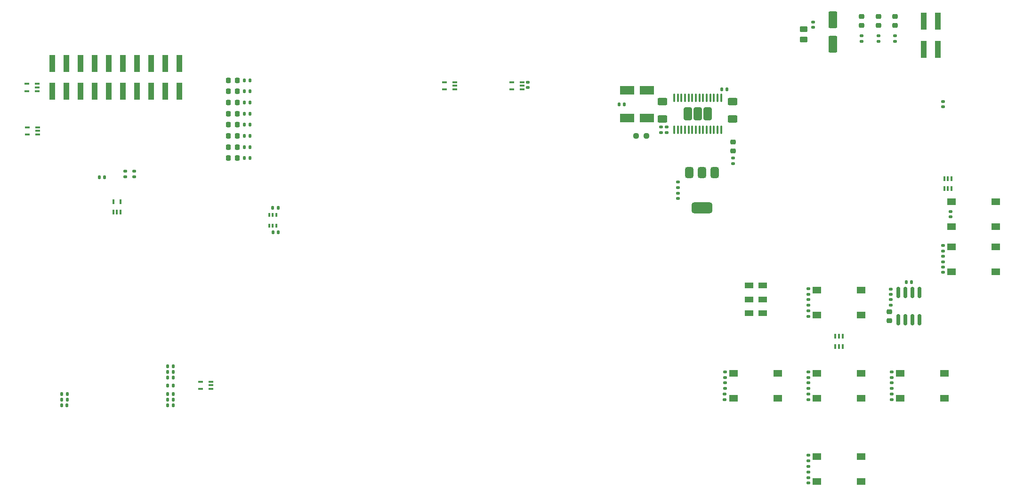
<source format=gbr>
%TF.GenerationSoftware,KiCad,Pcbnew,8.0.0-8.0.0-1~ubuntu22.04.1*%
%TF.CreationDate,2024-03-21T09:18:37+01:00*%
%TF.ProjectId,uC_TP_Boussole_mb,75435f54-505f-4426-9f75-73736f6c655f,rev?*%
%TF.SameCoordinates,Original*%
%TF.FileFunction,Paste,Top*%
%TF.FilePolarity,Positive*%
%FSLAX46Y46*%
G04 Gerber Fmt 4.6, Leading zero omitted, Abs format (unit mm)*
G04 Created by KiCad (PCBNEW 8.0.0-8.0.0-1~ubuntu22.04.1) date 2024-03-21 09:18:37*
%MOMM*%
%LPD*%
G01*
G04 APERTURE LIST*
G04 Aperture macros list*
%AMRoundRect*
0 Rectangle with rounded corners*
0 $1 Rounding radius*
0 $2 $3 $4 $5 $6 $7 $8 $9 X,Y pos of 4 corners*
0 Add a 4 corners polygon primitive as box body*
4,1,4,$2,$3,$4,$5,$6,$7,$8,$9,$2,$3,0*
0 Add four circle primitives for the rounded corners*
1,1,$1+$1,$2,$3*
1,1,$1+$1,$4,$5*
1,1,$1+$1,$6,$7*
1,1,$1+$1,$8,$9*
0 Add four rect primitives between the rounded corners*
20,1,$1+$1,$2,$3,$4,$5,0*
20,1,$1+$1,$4,$5,$6,$7,0*
20,1,$1+$1,$6,$7,$8,$9,0*
20,1,$1+$1,$8,$9,$2,$3,0*%
G04 Aperture macros list end*
%ADD10RoundRect,0.135000X0.135000X0.185000X-0.135000X0.185000X-0.135000X-0.185000X0.135000X-0.185000X0*%
%ADD11RoundRect,0.100000X-0.325000X0.100000X-0.325000X-0.100000X0.325000X-0.100000X0.325000X0.100000X0*%
%ADD12RoundRect,0.140000X0.140000X0.170000X-0.140000X0.170000X-0.140000X-0.170000X0.140000X-0.170000X0*%
%ADD13RoundRect,0.135000X0.185000X-0.135000X0.185000X0.135000X-0.185000X0.135000X-0.185000X-0.135000X0*%
%ADD14RoundRect,0.218750X-0.218750X-0.256250X0.218750X-0.256250X0.218750X0.256250X-0.218750X0.256250X0*%
%ADD15RoundRect,0.140000X0.170000X-0.140000X0.170000X0.140000X-0.170000X0.140000X-0.170000X-0.140000X0*%
%ADD16R,1.550000X1.300000*%
%ADD17RoundRect,0.100000X-0.100000X-0.325000X0.100000X-0.325000X0.100000X0.325000X-0.100000X0.325000X0*%
%ADD18RoundRect,0.135000X-0.185000X0.135000X-0.185000X-0.135000X0.185000X-0.135000X0.185000X0.135000X0*%
%ADD19RoundRect,0.218750X-0.256250X0.218750X-0.256250X-0.218750X0.256250X-0.218750X0.256250X0.218750X0*%
%ADD20RoundRect,0.218750X0.256250X-0.218750X0.256250X0.218750X-0.256250X0.218750X-0.256250X-0.218750X0*%
%ADD21RoundRect,0.250000X-1.050000X-0.550000X1.050000X-0.550000X1.050000X0.550000X-1.050000X0.550000X0*%
%ADD22RoundRect,0.150000X-0.150000X0.825000X-0.150000X-0.825000X0.150000X-0.825000X0.150000X0.825000X0*%
%ADD23RoundRect,0.100000X0.100000X0.325000X-0.100000X0.325000X-0.100000X-0.325000X0.100000X-0.325000X0*%
%ADD24RoundRect,0.140000X-0.170000X0.140000X-0.170000X-0.140000X0.170000X-0.140000X0.170000X0.140000X0*%
%ADD25R,1.600000X1.000000*%
%ADD26RoundRect,0.375000X-0.375000X0.625000X-0.375000X-0.625000X0.375000X-0.625000X0.375000X0.625000X0*%
%ADD27RoundRect,0.500000X-1.400000X0.500000X-1.400000X-0.500000X1.400000X-0.500000X1.400000X0.500000X0*%
%ADD28R,1.000000X3.150000*%
%ADD29RoundRect,0.250000X0.625000X-0.400000X0.625000X0.400000X-0.625000X0.400000X-0.625000X-0.400000X0*%
%ADD30RoundRect,0.100000X0.100000X-0.225000X0.100000X0.225000X-0.100000X0.225000X-0.100000X-0.225000X0*%
%ADD31RoundRect,0.250000X-0.450000X0.262500X-0.450000X-0.262500X0.450000X-0.262500X0.450000X0.262500X0*%
%ADD32RoundRect,0.250000X-0.550000X1.250000X-0.550000X-1.250000X0.550000X-1.250000X0.550000X1.250000X0*%
%ADD33RoundRect,0.135000X-0.135000X-0.185000X0.135000X-0.185000X0.135000X0.185000X-0.135000X0.185000X0*%
%ADD34RoundRect,0.237500X0.250000X0.237500X-0.250000X0.237500X-0.250000X-0.237500X0.250000X-0.237500X0*%
%ADD35RoundRect,0.140000X-0.140000X-0.170000X0.140000X-0.170000X0.140000X0.170000X-0.140000X0.170000X0*%
%ADD36RoundRect,0.250000X0.475000X-0.900000X0.475000X0.900000X-0.475000X0.900000X-0.475000X-0.900000X0*%
%ADD37RoundRect,0.100000X0.100000X-0.637500X0.100000X0.637500X-0.100000X0.637500X-0.100000X-0.637500X0*%
G04 APERTURE END LIST*
D10*
%TO.C,R507*%
X104110000Y-75000000D03*
X103090000Y-75000000D03*
%TD*%
D11*
%TO.C,D501*%
X65800000Y-64925000D03*
X65800000Y-64275000D03*
X65800000Y-63625000D03*
X63950000Y-63625000D03*
X63950000Y-64925000D03*
%TD*%
D12*
%TO.C,C202*%
X171400000Y-67350000D03*
X170440000Y-67350000D03*
%TD*%
D13*
%TO.C,R404*%
X220100000Y-56010000D03*
X220100000Y-54990000D03*
%TD*%
D14*
%TO.C,D505*%
X100212500Y-69000000D03*
X101787500Y-69000000D03*
%TD*%
D15*
%TO.C,C403*%
X181100000Y-84280000D03*
X181100000Y-83320000D03*
%TD*%
D16*
%TO.C,SW302*%
X230225000Y-84850000D03*
X238175000Y-84850000D03*
X230225000Y-89350000D03*
X238175000Y-89350000D03*
%TD*%
D17*
%TO.C,D511*%
X210650000Y-109075000D03*
X210000000Y-109075000D03*
X209350000Y-109075000D03*
X209350000Y-110925000D03*
X210000000Y-110925000D03*
X210650000Y-110925000D03*
%TD*%
D12*
%TO.C,C901*%
X90280000Y-121500000D03*
X89320000Y-121500000D03*
%TD*%
D13*
%TO.C,R802*%
X83300000Y-80410000D03*
X83300000Y-79390000D03*
%TD*%
%TO.C,R402*%
X214100000Y-56010000D03*
X214100000Y-54990000D03*
%TD*%
%TO.C,R512*%
X204510000Y-118510000D03*
X204510000Y-117490000D03*
%TD*%
D18*
%TO.C,R204*%
X191000000Y-76980000D03*
X191000000Y-78000000D03*
%TD*%
D14*
%TO.C,D508*%
X100212500Y-75000000D03*
X101787500Y-75000000D03*
%TD*%
D19*
%TO.C,D401*%
X214100000Y-51512500D03*
X214100000Y-53087500D03*
%TD*%
D20*
%TO.C,D301*%
X219060000Y-106257500D03*
X219060000Y-104682500D03*
%TD*%
D11*
%TO.C,D901*%
X97075000Y-118550000D03*
X97075000Y-117900000D03*
X97075000Y-117250000D03*
X95225000Y-117250000D03*
X95225000Y-118550000D03*
%TD*%
D14*
%TO.C,D507*%
X100212500Y-73000000D03*
X101787500Y-73000000D03*
%TD*%
%TO.C,D509*%
X100212500Y-77000000D03*
X101787500Y-77000000D03*
%TD*%
D21*
%TO.C,C203*%
X171900000Y-64800000D03*
X175500000Y-64800000D03*
%TD*%
D15*
%TO.C,C304*%
X230100000Y-87580000D03*
X230100000Y-86620000D03*
%TD*%
D22*
%TO.C,U301*%
X224465000Y-101175000D03*
X223195000Y-101175000D03*
X221925000Y-101175000D03*
X220655000Y-101175000D03*
X220655000Y-106125000D03*
X221925000Y-106125000D03*
X223195000Y-106125000D03*
X224465000Y-106125000D03*
%TD*%
D23*
%TO.C,D801*%
X79525000Y-86700000D03*
X80175000Y-86700000D03*
X80825000Y-86700000D03*
X80825000Y-84850000D03*
X79525000Y-84850000D03*
%TD*%
D19*
%TO.C,D201*%
X191000000Y-74102500D03*
X191000000Y-75677500D03*
%TD*%
D24*
%TO.C,C503*%
X204480000Y-119520000D03*
X204480000Y-120480000D03*
%TD*%
D25*
%TO.C,SW303*%
X193875000Y-104950000D03*
X193875000Y-102450000D03*
X193875000Y-99950000D03*
X196275000Y-104950000D03*
X196275000Y-102450000D03*
X196275000Y-99950000D03*
%TD*%
D10*
%TO.C,R904*%
X90310000Y-116500000D03*
X89290000Y-116500000D03*
%TD*%
D14*
%TO.C,D506*%
X100212500Y-71000000D03*
X101787500Y-71000000D03*
%TD*%
D13*
%TO.C,R514*%
X204500000Y-101510000D03*
X204500000Y-100490000D03*
%TD*%
D10*
%TO.C,R902*%
X90310000Y-115500000D03*
X89290000Y-115500000D03*
%TD*%
D13*
%TO.C,R301*%
X228710000Y-93790000D03*
X228710000Y-92770000D03*
%TD*%
D12*
%TO.C,C601*%
X109170000Y-90400000D03*
X108210000Y-90400000D03*
%TD*%
D19*
%TO.C,D403*%
X220100000Y-51512500D03*
X220100000Y-53087500D03*
%TD*%
D18*
%TO.C,R302*%
X228700000Y-94670000D03*
X228700000Y-95690000D03*
%TD*%
D15*
%TO.C,C301*%
X219360000Y-101550000D03*
X219360000Y-100590000D03*
%TD*%
D24*
%TO.C,C305*%
X228700000Y-66820000D03*
X228700000Y-67780000D03*
%TD*%
D18*
%TO.C,R303*%
X219360000Y-102460000D03*
X219360000Y-103480000D03*
%TD*%
D13*
%TO.C,R510*%
X189500000Y-116510000D03*
X189500000Y-115490000D03*
%TD*%
%TO.C,R515*%
X204500000Y-116510000D03*
X204500000Y-115490000D03*
%TD*%
D12*
%TO.C,C904*%
X90280000Y-118000000D03*
X89320000Y-118000000D03*
%TD*%
D16*
%TO.C,SW502*%
X206025000Y-100750000D03*
X213975000Y-100750000D03*
X206025000Y-105250000D03*
X213975000Y-105250000D03*
%TD*%
D12*
%TO.C,C902*%
X90280000Y-114500000D03*
X89320000Y-114500000D03*
%TD*%
D16*
%TO.C,SW504*%
X206025000Y-130750000D03*
X213975000Y-130750000D03*
X206025000Y-135250000D03*
X213975000Y-135250000D03*
%TD*%
%TO.C,SW503*%
X206025000Y-115750000D03*
X213975000Y-115750000D03*
X206025000Y-120250000D03*
X213975000Y-120250000D03*
%TD*%
D13*
%TO.C,R509*%
X189500000Y-118510000D03*
X189500000Y-117490000D03*
%TD*%
%TO.C,R513*%
X204500000Y-133510000D03*
X204500000Y-132490000D03*
%TD*%
%TO.C,R511*%
X204500000Y-103510000D03*
X204500000Y-102490000D03*
%TD*%
D21*
%TO.C,C201*%
X171900000Y-69800000D03*
X175500000Y-69800000D03*
%TD*%
D10*
%TO.C,R506*%
X104110000Y-73000000D03*
X103090000Y-73000000D03*
%TD*%
D24*
%TO.C,C505*%
X219500000Y-119520000D03*
X219500000Y-120480000D03*
%TD*%
D26*
%TO.C,U402*%
X187700000Y-79650000D03*
X185400000Y-79650000D03*
D27*
X185400000Y-85950000D03*
D26*
X183100000Y-79650000D03*
%TD*%
D28*
%TO.C,J402*%
X227770000Y-52375000D03*
X227770000Y-57425000D03*
X225230000Y-52375000D03*
X225230000Y-57425000D03*
%TD*%
D10*
%TO.C,R906*%
X71210000Y-120500000D03*
X70190000Y-120500000D03*
%TD*%
D29*
%TO.C,R202*%
X178300000Y-69950000D03*
X178300000Y-66850000D03*
%TD*%
D30*
%TO.C,U601*%
X107535000Y-89140000D03*
X108185000Y-89140000D03*
X108835000Y-89140000D03*
X108835000Y-87240000D03*
X108185000Y-87240000D03*
X107535000Y-87240000D03*
%TD*%
D12*
%TO.C,C302*%
X223040000Y-99350000D03*
X222080000Y-99350000D03*
%TD*%
%TO.C,C206*%
X189880000Y-64600000D03*
X188920000Y-64600000D03*
%TD*%
D19*
%TO.C,D402*%
X217100000Y-51512500D03*
X217100000Y-53087500D03*
%TD*%
D10*
%TO.C,R503*%
X104100000Y-67000000D03*
X103080000Y-67000000D03*
%TD*%
D24*
%TO.C,C404*%
X205320000Y-52520000D03*
X205320000Y-53480000D03*
%TD*%
D14*
%TO.C,D502*%
X100212500Y-63000000D03*
X101787500Y-63000000D03*
%TD*%
D12*
%TO.C,C801*%
X77960000Y-80500000D03*
X77000000Y-80500000D03*
%TD*%
D14*
%TO.C,D504*%
X100212500Y-67000000D03*
X101787500Y-67000000D03*
%TD*%
%TO.C,D503*%
X100212500Y-65000000D03*
X101787500Y-65000000D03*
%TD*%
D24*
%TO.C,C205*%
X178000000Y-71420000D03*
X178000000Y-72380000D03*
%TD*%
D10*
%TO.C,R505*%
X104110000Y-71000000D03*
X103090000Y-71000000D03*
%TD*%
D31*
%TO.C,R401*%
X203693000Y-53786500D03*
X203693000Y-55611500D03*
%TD*%
D10*
%TO.C,R508*%
X104110000Y-77000000D03*
X103090000Y-77000000D03*
%TD*%
D28*
%TO.C,J504*%
X91430000Y-59950000D03*
X91430000Y-65000000D03*
X88890000Y-59950000D03*
X88890000Y-65000000D03*
X86350000Y-59950000D03*
X86350000Y-65000000D03*
X83810000Y-59950000D03*
X83810000Y-65000000D03*
X81270000Y-59950000D03*
X81270000Y-65000000D03*
X78730000Y-59950000D03*
X78730000Y-65000000D03*
X76190000Y-59950000D03*
X76190000Y-65000000D03*
X73650000Y-59950000D03*
X73650000Y-65000000D03*
X71110000Y-59950000D03*
X71110000Y-65000000D03*
X68570000Y-59950000D03*
X68570000Y-65000000D03*
%TD*%
D24*
%TO.C,C401*%
X181100000Y-81320000D03*
X181100000Y-82280000D03*
%TD*%
D16*
%TO.C,SW505*%
X221025000Y-115750000D03*
X228975000Y-115750000D03*
X221025000Y-120250000D03*
X228975000Y-120250000D03*
%TD*%
D13*
%TO.C,R516*%
X204510000Y-131510000D03*
X204510000Y-130490000D03*
%TD*%
D10*
%TO.C,R504*%
X104100000Y-69000000D03*
X103080000Y-69000000D03*
%TD*%
D24*
%TO.C,C501*%
X189480000Y-119520000D03*
X189480000Y-120480000D03*
%TD*%
D11*
%TO.C,D701*%
X153000000Y-64625000D03*
X153000000Y-63975000D03*
X153000000Y-63325000D03*
X151150000Y-63325000D03*
X151150000Y-64625000D03*
%TD*%
D32*
%TO.C,C402*%
X208900000Y-52118000D03*
X208900000Y-56518000D03*
%TD*%
D33*
%TO.C,R905*%
X70190000Y-119500000D03*
X71210000Y-119500000D03*
%TD*%
D24*
%TO.C,C502*%
X204500000Y-104520000D03*
X204500000Y-105480000D03*
%TD*%
D16*
%TO.C,SW301*%
X230225000Y-92950000D03*
X238175000Y-92950000D03*
X230225000Y-97450000D03*
X238175000Y-97450000D03*
%TD*%
D24*
%TO.C,C504*%
X204500000Y-134520000D03*
X204500000Y-135480000D03*
%TD*%
%TO.C,C303*%
X228700000Y-96600000D03*
X228700000Y-97560000D03*
%TD*%
%TO.C,C701*%
X154075000Y-63320000D03*
X154075000Y-64280000D03*
%TD*%
D11*
%TO.C,D510*%
X65900000Y-72750000D03*
X65900000Y-72100000D03*
X65900000Y-71450000D03*
X64050000Y-71450000D03*
X64050000Y-72750000D03*
%TD*%
D34*
%TO.C,R201*%
X175362500Y-73050000D03*
X173537500Y-73050000D03*
%TD*%
D10*
%TO.C,R502*%
X104110000Y-65000000D03*
X103090000Y-65000000D03*
%TD*%
%TO.C,R601*%
X109210000Y-86000000D03*
X108190000Y-86000000D03*
%TD*%
D13*
%TO.C,R801*%
X81700000Y-80410000D03*
X81700000Y-79390000D03*
%TD*%
D10*
%TO.C,R501*%
X104110000Y-63000000D03*
X103090000Y-63000000D03*
%TD*%
D13*
%TO.C,R518*%
X219510000Y-116510000D03*
X219510000Y-115490000D03*
%TD*%
D29*
%TO.C,R203*%
X190900000Y-69950000D03*
X190900000Y-66850000D03*
%TD*%
D23*
%TO.C,D302*%
X228950000Y-82525000D03*
X229600000Y-82525000D03*
X230250000Y-82525000D03*
X230250000Y-80675000D03*
X229600000Y-80675000D03*
X228950000Y-80675000D03*
%TD*%
D15*
%TO.C,C204*%
X179000000Y-72380000D03*
X179000000Y-71420000D03*
%TD*%
D16*
%TO.C,SW501*%
X191025000Y-115750000D03*
X198975000Y-115750000D03*
X191025000Y-120250000D03*
X198975000Y-120250000D03*
%TD*%
D10*
%TO.C,R901*%
X90310000Y-120500000D03*
X89290000Y-120500000D03*
%TD*%
D35*
%TO.C,C903*%
X70220000Y-121500000D03*
X71180000Y-121500000D03*
%TD*%
D36*
%TO.C,U201*%
X182800000Y-69025000D03*
X184600000Y-69025000D03*
X186400000Y-69025000D03*
D37*
X180375000Y-71887500D03*
X181025000Y-71887500D03*
X181675000Y-71887500D03*
X182325000Y-71887500D03*
X182975000Y-71887500D03*
X183625000Y-71887500D03*
X184275000Y-71887500D03*
X184925000Y-71887500D03*
X185575000Y-71887500D03*
X186225000Y-71887500D03*
X186875000Y-71887500D03*
X187525000Y-71887500D03*
X188175000Y-71887500D03*
X188825000Y-71887500D03*
X188825000Y-66162500D03*
X188175000Y-66162500D03*
X187525000Y-66162500D03*
X186875000Y-66162500D03*
X186225000Y-66162500D03*
X185575000Y-66162500D03*
X184925000Y-66162500D03*
X184275000Y-66162500D03*
X183625000Y-66162500D03*
X182975000Y-66162500D03*
X182325000Y-66162500D03*
X181675000Y-66162500D03*
X181025000Y-66162500D03*
X180375000Y-66162500D03*
%TD*%
D10*
%TO.C,R903*%
X90310000Y-119500000D03*
X89290000Y-119500000D03*
%TD*%
D11*
%TO.C,D702*%
X140925000Y-64625000D03*
X140925000Y-63975000D03*
X140925000Y-63325000D03*
X139075000Y-63325000D03*
X139075000Y-64625000D03*
%TD*%
D13*
%TO.C,R517*%
X219500000Y-118510000D03*
X219500000Y-117490000D03*
%TD*%
%TO.C,R403*%
X217100000Y-56010000D03*
X217100000Y-54990000D03*
%TD*%
M02*

</source>
